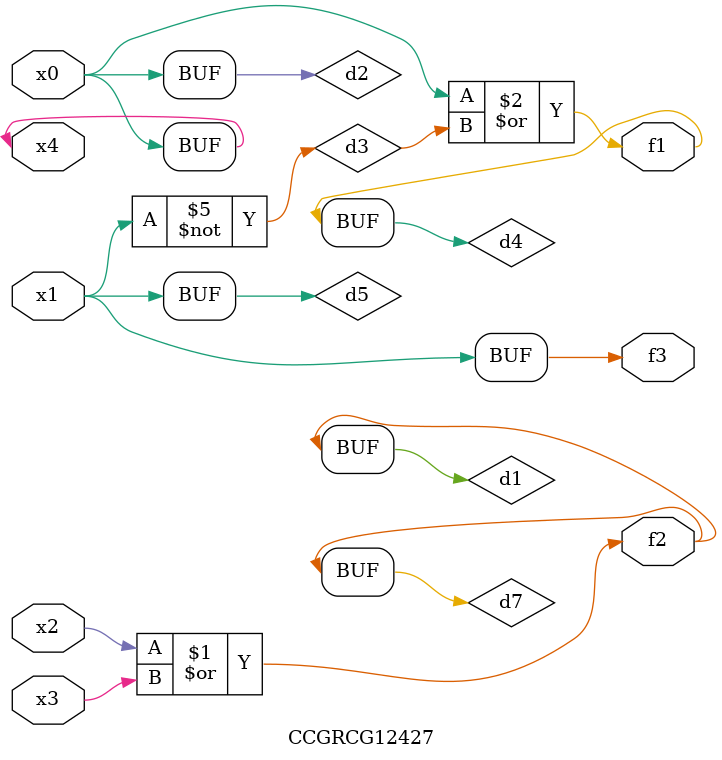
<source format=v>
module CCGRCG12427(
	input x0, x1, x2, x3, x4,
	output f1, f2, f3
);

	wire d1, d2, d3, d4, d5, d6, d7;

	or (d1, x2, x3);
	buf (d2, x0, x4);
	not (d3, x1);
	or (d4, d2, d3);
	not (d5, d3);
	nand (d6, d1, d3);
	or (d7, d1);
	assign f1 = d4;
	assign f2 = d7;
	assign f3 = d5;
endmodule

</source>
